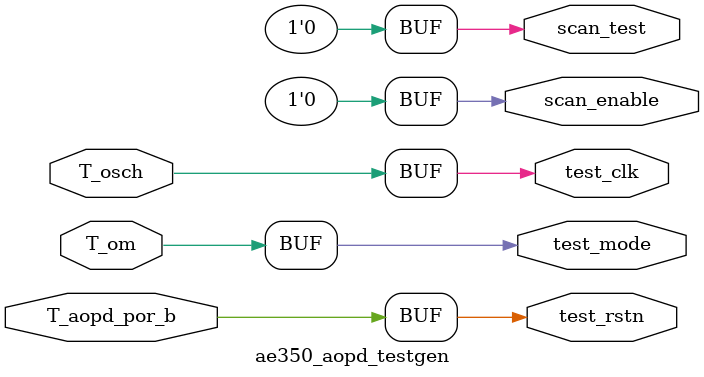
<source format=v>


module ae350_aopd_testgen (
input	T_om			/* synthesis syn_keep=1 */,
input	T_osch			/* synthesis syn_keep=1 */,
input	T_aopd_por_b		/* synthesis syn_keep=1 */,

output	test_mode		/* synthesis syn_keep=1 */,
output	test_clk		/* synthesis syn_keep=1 */,
output	test_rstn		/* synthesis syn_keep=1 */,

output	scan_test		/* synthesis syn_keep=1 */,
output	scan_enable		/* synthesis syn_keep=1 */
);

assign	test_mode = T_om;
assign	test_clk = T_osch;
assign	test_rstn = T_aopd_por_b;

assign	scan_test = 1'b0;
assign	scan_enable = 1'b0;

endmodule

</source>
